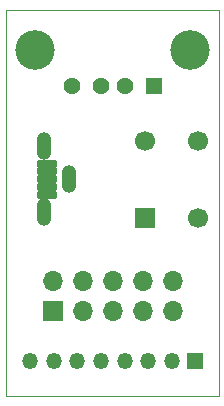
<source format=gbr>
%TF.GenerationSoftware,KiCad,Pcbnew,7.0.7*%
%TF.CreationDate,2023-09-15T20:16:18+02:00*%
%TF.ProjectId,DreameBreakout,44726561-6d65-4427-9265-616b6f75742e,rev?*%
%TF.SameCoordinates,Original*%
%TF.FileFunction,Soldermask,Top*%
%TF.FilePolarity,Negative*%
%FSLAX45Y45*%
G04 Gerber Fmt 4.5, Leading zero omitted, Abs format (unit mm)*
G04 Created by KiCad (PCBNEW 7.0.7) date 2023-09-15 20:16:18*
%MOMM*%
%LPD*%
G01*
G04 APERTURE LIST*
G04 Aperture macros list*
%AMRoundRect*
0 Rectangle with rounded corners*
0 $1 Rounding radius*
0 $2 $3 $4 $5 $6 $7 $8 $9 X,Y pos of 4 corners*
0 Add a 4 corners polygon primitive as box body*
4,1,4,$2,$3,$4,$5,$6,$7,$8,$9,$2,$3,0*
0 Add four circle primitives for the rounded corners*
1,1,$1+$1,$2,$3*
1,1,$1+$1,$4,$5*
1,1,$1+$1,$6,$7*
1,1,$1+$1,$8,$9*
0 Add four rect primitives between the rounded corners*
20,1,$1+$1,$2,$3,$4,$5,0*
20,1,$1+$1,$4,$5,$6,$7,0*
20,1,$1+$1,$6,$7,$8,$9,0*
20,1,$1+$1,$8,$9,$2,$3,0*%
G04 Aperture macros list end*
%TA.AperFunction,Profile*%
%ADD10C,0.100000*%
%TD*%
%ADD11R,1.700000X1.700000*%
%ADD12O,1.700000X1.700000*%
%ADD13R,1.428000X1.428000*%
%ADD14C,1.428000*%
%ADD15C,3.346000*%
%ADD16R,1.350000X1.350000*%
%ADD17O,1.350000X1.350000*%
%ADD18RoundRect,0.076200X0.750000X0.225000X-0.750000X0.225000X-0.750000X-0.225000X0.750000X-0.225000X0*%
%ADD19O,1.252400X2.352400*%
%ADD20C,1.700000*%
G04 APERTURE END LIST*
D10*
X5000000Y-4065500D02*
X6800000Y-4065500D01*
X6800000Y-7332600D01*
X5000000Y-7332600D01*
X5000000Y-4065500D01*
D11*
X5397500Y-6616700D03*
D12*
X5397500Y-6362700D03*
X5651500Y-6616700D03*
X5651500Y-6362700D03*
X5905500Y-6616700D03*
X5905500Y-6362700D03*
X6159500Y-6616700D03*
X6159500Y-6362700D03*
X6413500Y-6616700D03*
X6413500Y-6362700D03*
D13*
X6255500Y-4706900D03*
D14*
X6005500Y-4706900D03*
X5805500Y-4706900D03*
X5555500Y-4706900D03*
D15*
X6562500Y-4406900D03*
X5248500Y-4406900D03*
D16*
X6603900Y-7035800D03*
D17*
X6403900Y-7035800D03*
X6203900Y-7035800D03*
X6003900Y-7035800D03*
X5803900Y-7035800D03*
X5603900Y-7035800D03*
X5403900Y-7035800D03*
X5203900Y-7035800D03*
D18*
X5347200Y-5629100D03*
X5347200Y-5564100D03*
X5347200Y-5499100D03*
X5347200Y-5434100D03*
X5347200Y-5369100D03*
D19*
X5322200Y-5779100D03*
X5322200Y-5219100D03*
X5537200Y-5499100D03*
D11*
X6175800Y-5824100D03*
D20*
X6175800Y-5174100D03*
X6625800Y-5824100D03*
X6625800Y-5174100D03*
M02*

</source>
